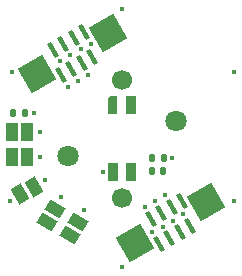
<source format=gbr>
%TF.GenerationSoftware,KiCad,Pcbnew,(6.0.6)*%
%TF.CreationDate,2022-07-10T21:38:46+02:00*%
%TF.ProjectId,GCode_Buttons_B3K-T13L,47436f64-655f-4427-9574-746f6e735f42,rev?*%
%TF.SameCoordinates,Original*%
%TF.FileFunction,Soldermask,Top*%
%TF.FilePolarity,Negative*%
%FSLAX46Y46*%
G04 Gerber Fmt 4.6, Leading zero omitted, Abs format (unit mm)*
G04 Created by KiCad (PCBNEW (6.0.6)) date 2022-07-10 21:38:46*
%MOMM*%
%LPD*%
G01*
G04 APERTURE LIST*
G04 Aperture macros list*
%AMRoundRect*
0 Rectangle with rounded corners*
0 $1 Rounding radius*
0 $2 $3 $4 $5 $6 $7 $8 $9 X,Y pos of 4 corners*
0 Add a 4 corners polygon primitive as box body*
4,1,4,$2,$3,$4,$5,$6,$7,$8,$9,$2,$3,0*
0 Add four circle primitives for the rounded corners*
1,1,$1+$1,$2,$3*
1,1,$1+$1,$4,$5*
1,1,$1+$1,$6,$7*
1,1,$1+$1,$8,$9*
0 Add four rect primitives between the rounded corners*
20,1,$1+$1,$2,$3,$4,$5,0*
20,1,$1+$1,$4,$5,$6,$7,0*
20,1,$1+$1,$6,$7,$8,$9,0*
20,1,$1+$1,$8,$9,$2,$3,0*%
%AMRotRect*
0 Rectangle, with rotation*
0 The origin of the aperture is its center*
0 $1 length*
0 $2 width*
0 $3 Rotation angle, in degrees counterclockwise*
0 Add horizontal line*
21,1,$1,$2,0,0,$3*%
%AMFreePoly0*
4,1,15,-0.149998,0.780000,0.350000,0.780000,0.353536,0.778536,0.355000,0.775000,0.355000,-0.795000,0.353536,-0.798536,0.350000,-0.800000,-0.450000,-0.800000,-0.453536,-0.798536,-0.455000,-0.795000,-0.455001,0.475000,-0.453536,0.478536,-0.153536,0.778536,-0.150000,0.780001,-0.149998,0.780000,-0.149998,0.780000,$1*%
G04 Aperture macros list end*
%ADD10RotRect,1.000000X1.500000X60.000000*%
%ADD11RoundRect,0.082000X0.328000X0.718000X-0.328000X0.718000X-0.328000X-0.718000X0.328000X-0.718000X0*%
%ADD12FreePoly0,0.000000*%
%ADD13RoundRect,0.082000X-0.328000X-0.718000X0.328000X-0.718000X0.328000X0.718000X-0.328000X0.718000X0*%
%ADD14RoundRect,0.135000X0.135000X0.185000X-0.135000X0.185000X-0.135000X-0.185000X0.135000X-0.185000X0*%
%ADD15R,1.000000X1.500000*%
%ADD16RoundRect,0.140000X-0.140000X-0.170000X0.140000X-0.170000X0.140000X0.170000X-0.140000X0.170000X0*%
%ADD17RotRect,1.000000X1.500000X30.000000*%
%ADD18RotRect,0.400000X1.350000X30.000000*%
%ADD19RotRect,2.400000X2.400000X210.000000*%
%ADD20C,1.700000*%
%ADD21C,1.800000*%
%ADD22C,0.450000*%
G04 APERTURE END LIST*
D10*
%TO.C,JP5*%
X95575000Y-108162917D03*
X96225000Y-107037083D03*
%TD*%
D11*
%TO.C,D1*%
X100750000Y-102850000D03*
X99250000Y-102850000D03*
D12*
X99250000Y-97150000D03*
D13*
X100750000Y-97150000D03*
%TD*%
D14*
%TO.C,R1*%
X91810000Y-97800000D03*
X90790000Y-97800000D03*
%TD*%
D15*
%TO.C,JP2*%
X90650000Y-101550000D03*
X91950000Y-101550000D03*
%TD*%
%TO.C,JP1*%
X90650000Y-99400000D03*
X91950000Y-99400000D03*
%TD*%
D14*
%TO.C,R2*%
X103510000Y-101650000D03*
X102490000Y-101650000D03*
%TD*%
D16*
%TO.C,C1*%
X102520000Y-102750000D03*
X103480000Y-102750000D03*
%TD*%
D17*
%TO.C,JP3*%
X91387083Y-104725000D03*
X92512917Y-104075000D03*
%TD*%
D18*
%TO.C,J1*%
X94834456Y-94627628D03*
X94167468Y-92472372D03*
X95700481Y-94127628D03*
X95033494Y-91972372D03*
X96566506Y-93627628D03*
X95899519Y-91472372D03*
X97432532Y-93127628D03*
X96765544Y-90972372D03*
D19*
X98831089Y-91050000D03*
X92768911Y-94550000D03*
%TD*%
D18*
%TO.C,J2*%
X103134456Y-108927628D03*
X102467468Y-106772372D03*
X104000481Y-108427628D03*
X103333494Y-106272372D03*
X104866506Y-107927628D03*
X104199519Y-105772372D03*
X105732532Y-107427628D03*
X105065544Y-105272372D03*
D19*
X107131089Y-105350000D03*
X101068911Y-108850000D03*
%TD*%
D10*
%TO.C,JP4*%
X93675000Y-107062917D03*
X94325000Y-105937083D03*
%TD*%
D20*
%TO.C,SW1*%
X100000000Y-105000000D03*
X100000000Y-95000000D03*
D21*
X95400000Y-101500000D03*
X104600000Y-98500000D03*
%TD*%
D22*
X103650000Y-104800000D03*
X92550000Y-97800000D03*
X96500000Y-92450000D03*
X104250000Y-101650000D03*
X90650000Y-94350000D03*
X109450000Y-94350000D03*
X100000000Y-110850000D03*
X109450000Y-105300000D03*
X97400000Y-91950000D03*
X100000000Y-89000000D03*
X90500000Y-105300000D03*
X95600000Y-92950000D03*
X102750000Y-105300000D03*
X94850000Y-104950000D03*
X102550000Y-107950000D03*
X93050000Y-99400000D03*
X95400000Y-95600000D03*
X93050000Y-101550000D03*
X94750000Y-93450000D03*
X101900000Y-105800000D03*
X93450000Y-103500000D03*
X103450000Y-107450000D03*
X96250000Y-95100000D03*
X104300000Y-106950000D03*
X96800000Y-106050000D03*
X97150000Y-94600000D03*
X105150000Y-106400000D03*
X98350000Y-102850000D03*
M02*

</source>
